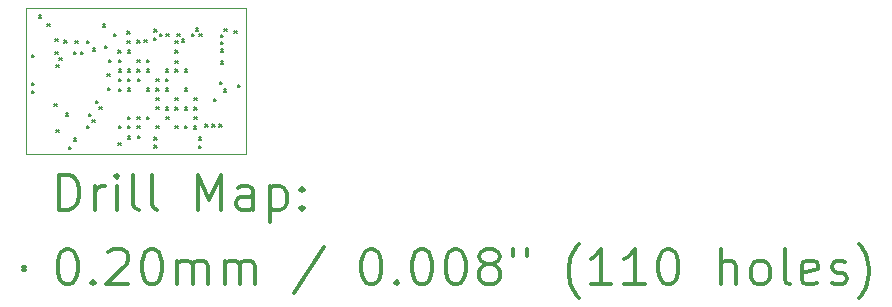
<source format=gbr>
%FSLAX45Y45*%
G04 Gerber Fmt 4.5, Leading zero omitted, Abs format (unit mm)*
G04 Created by KiCad (PCBNEW (5.1.0)-1) date 2019-09-19 19:12:10*
%MOMM*%
%LPD*%
G04 APERTURE LIST*
%ADD10C,0.100000*%
%ADD11C,0.200000*%
%ADD12C,0.300000*%
G04 APERTURE END LIST*
D10*
X13593064Y-10083800D02*
X13593064Y-8845296D01*
X11732260Y-10083800D02*
X13593064Y-10083800D01*
X11732260Y-8845296D02*
X11732260Y-10083800D01*
X13593064Y-8845296D02*
X11732260Y-8845296D01*
D11*
X11779156Y-9240426D02*
X11799156Y-9260426D01*
X11799156Y-9240426D02*
X11779156Y-9260426D01*
X11779410Y-9479694D02*
X11799410Y-9499694D01*
X11799410Y-9479694D02*
X11779410Y-9499694D01*
X11779918Y-9544718D02*
X11799918Y-9564718D01*
X11799918Y-9544718D02*
X11779918Y-9564718D01*
X11841894Y-8907178D02*
X11861894Y-8927178D01*
X11861894Y-8907178D02*
X11841894Y-8927178D01*
X11913454Y-8975572D02*
X11933454Y-8995572D01*
X11933454Y-8975572D02*
X11913454Y-8995572D01*
X11972958Y-9654954D02*
X11992958Y-9674954D01*
X11992958Y-9654954D02*
X11972958Y-9674954D01*
X11979562Y-9104790D02*
X11999562Y-9124790D01*
X11999562Y-9104790D02*
X11979562Y-9124790D01*
X11980324Y-9214010D02*
X12000324Y-9234010D01*
X12000324Y-9214010D02*
X11980324Y-9234010D01*
X11988706Y-9324500D02*
X12008706Y-9344500D01*
X12008706Y-9324500D02*
X11988706Y-9344500D01*
X11988960Y-9874664D02*
X12008960Y-9894664D01*
X12008960Y-9874664D02*
X11988960Y-9894664D01*
X12013852Y-9268112D02*
X12033852Y-9288112D01*
X12033852Y-9268112D02*
X12013852Y-9288112D01*
X12057243Y-9117744D02*
X12077243Y-9137744D01*
X12077243Y-9117744D02*
X12057243Y-9137744D01*
X12071002Y-9735980D02*
X12091002Y-9755980D01*
X12091002Y-9735980D02*
X12071002Y-9755980D01*
X12096656Y-10017920D02*
X12116656Y-10037920D01*
X12116656Y-10017920D02*
X12096656Y-10037920D01*
X12135264Y-9948578D02*
X12155264Y-9968578D01*
X12155264Y-9948578D02*
X12135264Y-9968578D01*
X12136026Y-9215280D02*
X12156026Y-9235280D01*
X12156026Y-9215280D02*
X12136026Y-9235280D01*
X12151266Y-9123586D02*
X12171266Y-9143586D01*
X12171266Y-9123586D02*
X12151266Y-9143586D01*
X12198475Y-9217601D02*
X12218475Y-9237601D01*
X12218475Y-9217601D02*
X12198475Y-9237601D01*
X12248040Y-9840120D02*
X12268040Y-9860120D01*
X12268040Y-9840120D02*
X12248040Y-9860120D01*
X12249310Y-9121554D02*
X12269310Y-9141554D01*
X12269310Y-9121554D02*
X12249310Y-9141554D01*
X12261756Y-9738266D02*
X12281756Y-9758266D01*
X12281756Y-9738266D02*
X12261756Y-9758266D01*
X12294014Y-9793130D02*
X12314014Y-9813130D01*
X12314014Y-9793130D02*
X12294014Y-9813130D01*
X12296300Y-9184800D02*
X12316300Y-9204800D01*
X12316300Y-9184800D02*
X12296300Y-9204800D01*
X12324220Y-9631997D02*
X12344220Y-9651997D01*
X12344220Y-9631997D02*
X12324220Y-9651997D01*
X12354212Y-9682386D02*
X12374212Y-9702386D01*
X12374212Y-9682386D02*
X12354212Y-9702386D01*
X12381898Y-8981092D02*
X12401898Y-9001092D01*
X12401898Y-8981092D02*
X12381898Y-9001092D01*
X12400440Y-9163464D02*
X12420440Y-9183464D01*
X12420440Y-9163464D02*
X12400440Y-9183464D01*
X12421014Y-9398922D02*
X12441014Y-9418922D01*
X12441014Y-9398922D02*
X12421014Y-9418922D01*
X12423672Y-9517672D02*
X12443672Y-9537672D01*
X12443672Y-9517672D02*
X12423672Y-9537672D01*
X12435492Y-9282844D02*
X12455492Y-9302844D01*
X12455492Y-9282844D02*
X12435492Y-9302844D01*
X12476640Y-9062626D02*
X12496640Y-9082626D01*
X12496640Y-9062626D02*
X12476640Y-9082626D01*
X12514232Y-9983376D02*
X12534232Y-10003376D01*
X12534232Y-9983376D02*
X12514232Y-10003376D01*
X12515608Y-9203745D02*
X12535608Y-9223745D01*
X12535608Y-9203745D02*
X12515608Y-9223745D01*
X12516010Y-9525990D02*
X12536010Y-9545990D01*
X12536010Y-9525990D02*
X12516010Y-9545990D01*
X12516518Y-9284306D02*
X12536518Y-9304306D01*
X12536518Y-9284306D02*
X12516518Y-9304306D01*
X12516518Y-9364867D02*
X12536518Y-9384867D01*
X12536518Y-9364867D02*
X12516518Y-9384867D01*
X12516518Y-9445428D02*
X12536518Y-9465428D01*
X12536518Y-9445428D02*
X12516518Y-9465428D01*
X12516518Y-9843930D02*
X12536518Y-9863930D01*
X12536518Y-9843930D02*
X12516518Y-9863930D01*
X12589268Y-9121037D02*
X12609268Y-9141037D01*
X12609268Y-9121037D02*
X12589268Y-9141037D01*
X12589775Y-9040477D02*
X12609775Y-9060477D01*
X12609775Y-9040477D02*
X12589775Y-9060477D01*
X12593988Y-9930290D02*
X12613988Y-9950290D01*
X12613988Y-9930290D02*
X12593988Y-9950290D01*
X12596020Y-9764428D02*
X12616020Y-9784428D01*
X12616020Y-9764428D02*
X12596020Y-9784428D01*
X12596020Y-9843676D02*
X12616020Y-9863676D01*
X12616020Y-9843676D02*
X12596020Y-9863676D01*
X12596274Y-9202896D02*
X12616274Y-9222896D01*
X12616274Y-9202896D02*
X12596274Y-9222896D01*
X12596528Y-9364231D02*
X12616528Y-9384231D01*
X12616528Y-9364231D02*
X12596528Y-9384231D01*
X12596528Y-9523890D02*
X12616528Y-9543890D01*
X12616528Y-9523890D02*
X12596528Y-9543890D01*
X12596782Y-9445428D02*
X12616782Y-9465428D01*
X12616782Y-9445428D02*
X12596782Y-9465428D01*
X12674252Y-9116982D02*
X12694252Y-9136982D01*
X12694252Y-9116982D02*
X12674252Y-9136982D01*
X12674865Y-9765085D02*
X12694865Y-9785085D01*
X12694865Y-9765085D02*
X12674865Y-9785085D01*
X12675398Y-9364273D02*
X12695398Y-9384273D01*
X12695398Y-9364273D02*
X12675398Y-9384273D01*
X12675823Y-9843522D02*
X12695823Y-9863522D01*
X12695823Y-9843522D02*
X12675823Y-9863522D01*
X12676284Y-9283712D02*
X12696284Y-9303712D01*
X12696284Y-9283712D02*
X12676284Y-9303712D01*
X12676538Y-9444834D02*
X12696538Y-9464834D01*
X12696538Y-9444834D02*
X12676538Y-9464834D01*
X12677046Y-9928004D02*
X12697046Y-9948004D01*
X12697046Y-9928004D02*
X12677046Y-9948004D01*
X12735141Y-9116201D02*
X12755141Y-9136201D01*
X12755141Y-9116201D02*
X12735141Y-9136201D01*
X12755426Y-9765084D02*
X12775426Y-9785084D01*
X12775426Y-9765084D02*
X12755426Y-9785084D01*
X12756294Y-9283205D02*
X12776294Y-9303205D01*
X12776294Y-9283205D02*
X12756294Y-9303205D01*
X12756294Y-9364274D02*
X12776294Y-9384274D01*
X12776294Y-9364274D02*
X12756294Y-9384274D01*
X12756294Y-9525395D02*
X12776294Y-9545395D01*
X12776294Y-9525395D02*
X12756294Y-9545395D01*
X12816935Y-9098971D02*
X12836935Y-9118971D01*
X12836935Y-9098971D02*
X12816935Y-9118971D01*
X12818926Y-9023510D02*
X12838926Y-9043510D01*
X12838926Y-9023510D02*
X12818926Y-9043510D01*
X12819286Y-10006236D02*
X12839286Y-10026236D01*
X12839286Y-10006236D02*
X12819286Y-10026236D01*
X12819540Y-9939180D02*
X12839540Y-9959180D01*
X12839540Y-9939180D02*
X12819540Y-9959180D01*
X12836304Y-9444325D02*
X12856304Y-9464325D01*
X12856304Y-9444325D02*
X12836304Y-9464325D01*
X12836304Y-9843676D02*
X12856304Y-9863676D01*
X12856304Y-9843676D02*
X12836304Y-9863676D01*
X12836810Y-9602482D02*
X12856810Y-9622482D01*
X12856810Y-9602482D02*
X12836810Y-9622482D01*
X12836812Y-9525395D02*
X12856812Y-9545395D01*
X12856812Y-9525395D02*
X12836812Y-9545395D01*
X12836812Y-9683042D02*
X12856812Y-9703042D01*
X12856812Y-9683042D02*
X12836812Y-9703042D01*
X12865471Y-9064912D02*
X12885471Y-9084912D01*
X12885471Y-9064912D02*
X12865471Y-9084912D01*
X12914962Y-9444388D02*
X12934962Y-9464388D01*
X12934962Y-9444388D02*
X12914962Y-9464388D01*
X12916186Y-9363722D02*
X12936186Y-9383722D01*
X12936186Y-9363722D02*
X12916186Y-9383722D01*
X12916538Y-9525395D02*
X12936538Y-9545395D01*
X12936538Y-9525395D02*
X12916538Y-9545395D01*
X12916568Y-9683656D02*
X12936568Y-9703656D01*
X12936568Y-9683656D02*
X12916568Y-9703656D01*
X12919362Y-9765084D02*
X12939362Y-9785084D01*
X12939362Y-9765084D02*
X12919362Y-9785084D01*
X12920724Y-9065258D02*
X12940724Y-9085258D01*
X12940724Y-9065258D02*
X12920724Y-9085258D01*
X12996070Y-9683910D02*
X13016070Y-9703910D01*
X13016070Y-9683910D02*
X12996070Y-9703910D01*
X12996175Y-9363467D02*
X13016175Y-9383467D01*
X13016175Y-9363467D02*
X12996175Y-9383467D01*
X12996324Y-9201669D02*
X13016324Y-9221669D01*
X13016324Y-9201669D02*
X12996324Y-9221669D01*
X12996324Y-9289597D02*
X13016324Y-9309597D01*
X13016324Y-9289597D02*
X12996324Y-9309597D01*
X12996324Y-9602482D02*
X13016324Y-9622482D01*
X13016324Y-9602482D02*
X12996324Y-9622482D01*
X12996324Y-9843676D02*
X13016324Y-9863676D01*
X13016324Y-9843676D02*
X12996324Y-9863676D01*
X12996578Y-9124094D02*
X13016578Y-9144094D01*
X13016578Y-9124094D02*
X12996578Y-9144094D01*
X13014866Y-9062880D02*
X13034866Y-9082880D01*
X13034866Y-9062880D02*
X13014866Y-9082880D01*
X13054236Y-9108092D02*
X13074236Y-9128092D01*
X13074236Y-9108092D02*
X13054236Y-9128092D01*
X13076334Y-9684524D02*
X13096334Y-9704524D01*
X13096334Y-9684524D02*
X13076334Y-9704524D01*
X13076401Y-9843694D02*
X13096401Y-9863694D01*
X13096401Y-9843694D02*
X13076401Y-9863694D01*
X13076736Y-9525395D02*
X13096736Y-9545395D01*
X13096736Y-9525395D02*
X13076736Y-9545395D01*
X13077244Y-9363467D02*
X13097244Y-9383467D01*
X13097244Y-9363467D02*
X13077244Y-9383467D01*
X13137680Y-9064732D02*
X13157680Y-9084732D01*
X13157680Y-9064732D02*
X13137680Y-9084732D01*
X13155836Y-9845306D02*
X13175836Y-9865306D01*
X13175836Y-9845306D02*
X13155836Y-9865306D01*
X13156090Y-9765084D02*
X13176090Y-9785084D01*
X13176090Y-9765084D02*
X13156090Y-9785084D01*
X13156344Y-9603900D02*
X13176344Y-9623900D01*
X13176344Y-9603900D02*
X13156344Y-9623900D01*
X13156457Y-9683614D02*
X13176457Y-9703614D01*
X13176457Y-9683614D02*
X13156457Y-9703614D01*
X13169044Y-9015128D02*
X13189044Y-9035128D01*
X13189044Y-9015128D02*
X13169044Y-9035128D01*
X13193682Y-10010808D02*
X13213682Y-10030808D01*
X13213682Y-10010808D02*
X13193682Y-10030808D01*
X13196222Y-9940196D02*
X13216222Y-9960196D01*
X13216222Y-9940196D02*
X13196222Y-9960196D01*
X13199778Y-9065166D02*
X13219778Y-9085166D01*
X13219778Y-9065166D02*
X13199778Y-9085166D01*
X13251594Y-9829706D02*
X13271594Y-9849706D01*
X13271594Y-9829706D02*
X13251594Y-9849706D01*
X13310776Y-9829706D02*
X13330776Y-9849706D01*
X13330776Y-9829706D02*
X13310776Y-9849706D01*
X13321952Y-9614822D02*
X13341952Y-9634822D01*
X13341952Y-9614822D02*
X13321952Y-9634822D01*
X13368688Y-9829706D02*
X13388688Y-9849706D01*
X13388688Y-9829706D02*
X13368688Y-9849706D01*
X13375800Y-9466740D02*
X13395800Y-9486740D01*
X13395800Y-9466740D02*
X13375800Y-9486740D01*
X13382045Y-9073221D02*
X13402045Y-9093221D01*
X13402045Y-9073221D02*
X13382045Y-9093221D01*
X13382045Y-9131714D02*
X13402045Y-9151714D01*
X13402045Y-9131714D02*
X13382045Y-9151714D01*
X13382045Y-9194668D02*
X13402045Y-9214668D01*
X13402045Y-9194668D02*
X13382045Y-9214668D01*
X13382045Y-9295030D02*
X13402045Y-9315030D01*
X13402045Y-9295030D02*
X13382045Y-9315030D01*
X13404861Y-9531256D02*
X13424861Y-9551256D01*
X13424861Y-9531256D02*
X13404861Y-9551256D01*
X13412200Y-9018900D02*
X13432200Y-9038900D01*
X13432200Y-9018900D02*
X13412200Y-9038900D01*
X13496392Y-9037480D02*
X13516392Y-9057480D01*
X13516392Y-9037480D02*
X13496392Y-9057480D01*
X13525152Y-9493918D02*
X13545152Y-9513918D01*
X13545152Y-9493918D02*
X13525152Y-9513918D01*
D12*
X12013688Y-10554514D02*
X12013688Y-10254514D01*
X12085117Y-10254514D01*
X12127974Y-10268800D01*
X12156546Y-10297372D01*
X12170831Y-10325943D01*
X12185117Y-10383086D01*
X12185117Y-10425943D01*
X12170831Y-10483086D01*
X12156546Y-10511657D01*
X12127974Y-10540229D01*
X12085117Y-10554514D01*
X12013688Y-10554514D01*
X12313688Y-10554514D02*
X12313688Y-10354514D01*
X12313688Y-10411657D02*
X12327974Y-10383086D01*
X12342260Y-10368800D01*
X12370831Y-10354514D01*
X12399403Y-10354514D01*
X12499403Y-10554514D02*
X12499403Y-10354514D01*
X12499403Y-10254514D02*
X12485117Y-10268800D01*
X12499403Y-10283086D01*
X12513688Y-10268800D01*
X12499403Y-10254514D01*
X12499403Y-10283086D01*
X12685117Y-10554514D02*
X12656546Y-10540229D01*
X12642260Y-10511657D01*
X12642260Y-10254514D01*
X12842260Y-10554514D02*
X12813688Y-10540229D01*
X12799403Y-10511657D01*
X12799403Y-10254514D01*
X13185117Y-10554514D02*
X13185117Y-10254514D01*
X13285117Y-10468800D01*
X13385117Y-10254514D01*
X13385117Y-10554514D01*
X13656546Y-10554514D02*
X13656546Y-10397372D01*
X13642260Y-10368800D01*
X13613688Y-10354514D01*
X13556546Y-10354514D01*
X13527974Y-10368800D01*
X13656546Y-10540229D02*
X13627974Y-10554514D01*
X13556546Y-10554514D01*
X13527974Y-10540229D01*
X13513688Y-10511657D01*
X13513688Y-10483086D01*
X13527974Y-10454514D01*
X13556546Y-10440229D01*
X13627974Y-10440229D01*
X13656546Y-10425943D01*
X13799403Y-10354514D02*
X13799403Y-10654514D01*
X13799403Y-10368800D02*
X13827974Y-10354514D01*
X13885117Y-10354514D01*
X13913688Y-10368800D01*
X13927974Y-10383086D01*
X13942260Y-10411657D01*
X13942260Y-10497372D01*
X13927974Y-10525943D01*
X13913688Y-10540229D01*
X13885117Y-10554514D01*
X13827974Y-10554514D01*
X13799403Y-10540229D01*
X14070831Y-10525943D02*
X14085117Y-10540229D01*
X14070831Y-10554514D01*
X14056546Y-10540229D01*
X14070831Y-10525943D01*
X14070831Y-10554514D01*
X14070831Y-10368800D02*
X14085117Y-10383086D01*
X14070831Y-10397372D01*
X14056546Y-10383086D01*
X14070831Y-10368800D01*
X14070831Y-10397372D01*
X11707260Y-11038800D02*
X11727260Y-11058800D01*
X11727260Y-11038800D02*
X11707260Y-11058800D01*
X12070831Y-10884514D02*
X12099403Y-10884514D01*
X12127974Y-10898800D01*
X12142260Y-10913086D01*
X12156546Y-10941657D01*
X12170831Y-10998800D01*
X12170831Y-11070229D01*
X12156546Y-11127372D01*
X12142260Y-11155943D01*
X12127974Y-11170229D01*
X12099403Y-11184514D01*
X12070831Y-11184514D01*
X12042260Y-11170229D01*
X12027974Y-11155943D01*
X12013688Y-11127372D01*
X11999403Y-11070229D01*
X11999403Y-10998800D01*
X12013688Y-10941657D01*
X12027974Y-10913086D01*
X12042260Y-10898800D01*
X12070831Y-10884514D01*
X12299403Y-11155943D02*
X12313688Y-11170229D01*
X12299403Y-11184514D01*
X12285117Y-11170229D01*
X12299403Y-11155943D01*
X12299403Y-11184514D01*
X12427974Y-10913086D02*
X12442260Y-10898800D01*
X12470831Y-10884514D01*
X12542260Y-10884514D01*
X12570831Y-10898800D01*
X12585117Y-10913086D01*
X12599403Y-10941657D01*
X12599403Y-10970229D01*
X12585117Y-11013086D01*
X12413688Y-11184514D01*
X12599403Y-11184514D01*
X12785117Y-10884514D02*
X12813688Y-10884514D01*
X12842260Y-10898800D01*
X12856546Y-10913086D01*
X12870831Y-10941657D01*
X12885117Y-10998800D01*
X12885117Y-11070229D01*
X12870831Y-11127372D01*
X12856546Y-11155943D01*
X12842260Y-11170229D01*
X12813688Y-11184514D01*
X12785117Y-11184514D01*
X12756546Y-11170229D01*
X12742260Y-11155943D01*
X12727974Y-11127372D01*
X12713688Y-11070229D01*
X12713688Y-10998800D01*
X12727974Y-10941657D01*
X12742260Y-10913086D01*
X12756546Y-10898800D01*
X12785117Y-10884514D01*
X13013688Y-11184514D02*
X13013688Y-10984514D01*
X13013688Y-11013086D02*
X13027974Y-10998800D01*
X13056546Y-10984514D01*
X13099403Y-10984514D01*
X13127974Y-10998800D01*
X13142260Y-11027372D01*
X13142260Y-11184514D01*
X13142260Y-11027372D02*
X13156546Y-10998800D01*
X13185117Y-10984514D01*
X13227974Y-10984514D01*
X13256546Y-10998800D01*
X13270831Y-11027372D01*
X13270831Y-11184514D01*
X13413688Y-11184514D02*
X13413688Y-10984514D01*
X13413688Y-11013086D02*
X13427974Y-10998800D01*
X13456546Y-10984514D01*
X13499403Y-10984514D01*
X13527974Y-10998800D01*
X13542260Y-11027372D01*
X13542260Y-11184514D01*
X13542260Y-11027372D02*
X13556546Y-10998800D01*
X13585117Y-10984514D01*
X13627974Y-10984514D01*
X13656546Y-10998800D01*
X13670831Y-11027372D01*
X13670831Y-11184514D01*
X14256546Y-10870229D02*
X13999403Y-11255943D01*
X14642260Y-10884514D02*
X14670831Y-10884514D01*
X14699403Y-10898800D01*
X14713688Y-10913086D01*
X14727974Y-10941657D01*
X14742260Y-10998800D01*
X14742260Y-11070229D01*
X14727974Y-11127372D01*
X14713688Y-11155943D01*
X14699403Y-11170229D01*
X14670831Y-11184514D01*
X14642260Y-11184514D01*
X14613688Y-11170229D01*
X14599403Y-11155943D01*
X14585117Y-11127372D01*
X14570831Y-11070229D01*
X14570831Y-10998800D01*
X14585117Y-10941657D01*
X14599403Y-10913086D01*
X14613688Y-10898800D01*
X14642260Y-10884514D01*
X14870831Y-11155943D02*
X14885117Y-11170229D01*
X14870831Y-11184514D01*
X14856546Y-11170229D01*
X14870831Y-11155943D01*
X14870831Y-11184514D01*
X15070831Y-10884514D02*
X15099403Y-10884514D01*
X15127974Y-10898800D01*
X15142260Y-10913086D01*
X15156546Y-10941657D01*
X15170831Y-10998800D01*
X15170831Y-11070229D01*
X15156546Y-11127372D01*
X15142260Y-11155943D01*
X15127974Y-11170229D01*
X15099403Y-11184514D01*
X15070831Y-11184514D01*
X15042260Y-11170229D01*
X15027974Y-11155943D01*
X15013688Y-11127372D01*
X14999403Y-11070229D01*
X14999403Y-10998800D01*
X15013688Y-10941657D01*
X15027974Y-10913086D01*
X15042260Y-10898800D01*
X15070831Y-10884514D01*
X15356546Y-10884514D02*
X15385117Y-10884514D01*
X15413688Y-10898800D01*
X15427974Y-10913086D01*
X15442260Y-10941657D01*
X15456546Y-10998800D01*
X15456546Y-11070229D01*
X15442260Y-11127372D01*
X15427974Y-11155943D01*
X15413688Y-11170229D01*
X15385117Y-11184514D01*
X15356546Y-11184514D01*
X15327974Y-11170229D01*
X15313688Y-11155943D01*
X15299403Y-11127372D01*
X15285117Y-11070229D01*
X15285117Y-10998800D01*
X15299403Y-10941657D01*
X15313688Y-10913086D01*
X15327974Y-10898800D01*
X15356546Y-10884514D01*
X15627974Y-11013086D02*
X15599403Y-10998800D01*
X15585117Y-10984514D01*
X15570831Y-10955943D01*
X15570831Y-10941657D01*
X15585117Y-10913086D01*
X15599403Y-10898800D01*
X15627974Y-10884514D01*
X15685117Y-10884514D01*
X15713688Y-10898800D01*
X15727974Y-10913086D01*
X15742260Y-10941657D01*
X15742260Y-10955943D01*
X15727974Y-10984514D01*
X15713688Y-10998800D01*
X15685117Y-11013086D01*
X15627974Y-11013086D01*
X15599403Y-11027372D01*
X15585117Y-11041657D01*
X15570831Y-11070229D01*
X15570831Y-11127372D01*
X15585117Y-11155943D01*
X15599403Y-11170229D01*
X15627974Y-11184514D01*
X15685117Y-11184514D01*
X15713688Y-11170229D01*
X15727974Y-11155943D01*
X15742260Y-11127372D01*
X15742260Y-11070229D01*
X15727974Y-11041657D01*
X15713688Y-11027372D01*
X15685117Y-11013086D01*
X15856546Y-10884514D02*
X15856546Y-10941657D01*
X15970831Y-10884514D02*
X15970831Y-10941657D01*
X16413688Y-11298800D02*
X16399403Y-11284514D01*
X16370831Y-11241657D01*
X16356546Y-11213086D01*
X16342260Y-11170229D01*
X16327974Y-11098800D01*
X16327974Y-11041657D01*
X16342260Y-10970229D01*
X16356546Y-10927372D01*
X16370831Y-10898800D01*
X16399403Y-10855943D01*
X16413688Y-10841657D01*
X16685117Y-11184514D02*
X16513688Y-11184514D01*
X16599403Y-11184514D02*
X16599403Y-10884514D01*
X16570831Y-10927372D01*
X16542260Y-10955943D01*
X16513688Y-10970229D01*
X16970831Y-11184514D02*
X16799403Y-11184514D01*
X16885117Y-11184514D02*
X16885117Y-10884514D01*
X16856546Y-10927372D01*
X16827974Y-10955943D01*
X16799403Y-10970229D01*
X17156546Y-10884514D02*
X17185117Y-10884514D01*
X17213688Y-10898800D01*
X17227974Y-10913086D01*
X17242260Y-10941657D01*
X17256546Y-10998800D01*
X17256546Y-11070229D01*
X17242260Y-11127372D01*
X17227974Y-11155943D01*
X17213688Y-11170229D01*
X17185117Y-11184514D01*
X17156546Y-11184514D01*
X17127974Y-11170229D01*
X17113688Y-11155943D01*
X17099403Y-11127372D01*
X17085117Y-11070229D01*
X17085117Y-10998800D01*
X17099403Y-10941657D01*
X17113688Y-10913086D01*
X17127974Y-10898800D01*
X17156546Y-10884514D01*
X17613688Y-11184514D02*
X17613688Y-10884514D01*
X17742260Y-11184514D02*
X17742260Y-11027372D01*
X17727974Y-10998800D01*
X17699403Y-10984514D01*
X17656546Y-10984514D01*
X17627974Y-10998800D01*
X17613688Y-11013086D01*
X17927974Y-11184514D02*
X17899403Y-11170229D01*
X17885117Y-11155943D01*
X17870831Y-11127372D01*
X17870831Y-11041657D01*
X17885117Y-11013086D01*
X17899403Y-10998800D01*
X17927974Y-10984514D01*
X17970831Y-10984514D01*
X17999403Y-10998800D01*
X18013688Y-11013086D01*
X18027974Y-11041657D01*
X18027974Y-11127372D01*
X18013688Y-11155943D01*
X17999403Y-11170229D01*
X17970831Y-11184514D01*
X17927974Y-11184514D01*
X18199403Y-11184514D02*
X18170831Y-11170229D01*
X18156546Y-11141657D01*
X18156546Y-10884514D01*
X18427974Y-11170229D02*
X18399403Y-11184514D01*
X18342260Y-11184514D01*
X18313688Y-11170229D01*
X18299403Y-11141657D01*
X18299403Y-11027372D01*
X18313688Y-10998800D01*
X18342260Y-10984514D01*
X18399403Y-10984514D01*
X18427974Y-10998800D01*
X18442260Y-11027372D01*
X18442260Y-11055943D01*
X18299403Y-11084514D01*
X18556546Y-11170229D02*
X18585117Y-11184514D01*
X18642260Y-11184514D01*
X18670831Y-11170229D01*
X18685117Y-11141657D01*
X18685117Y-11127372D01*
X18670831Y-11098800D01*
X18642260Y-11084514D01*
X18599403Y-11084514D01*
X18570831Y-11070229D01*
X18556546Y-11041657D01*
X18556546Y-11027372D01*
X18570831Y-10998800D01*
X18599403Y-10984514D01*
X18642260Y-10984514D01*
X18670831Y-10998800D01*
X18785117Y-11298800D02*
X18799403Y-11284514D01*
X18827974Y-11241657D01*
X18842260Y-11213086D01*
X18856546Y-11170229D01*
X18870831Y-11098800D01*
X18870831Y-11041657D01*
X18856546Y-10970229D01*
X18842260Y-10927372D01*
X18827974Y-10898800D01*
X18799403Y-10855943D01*
X18785117Y-10841657D01*
M02*

</source>
